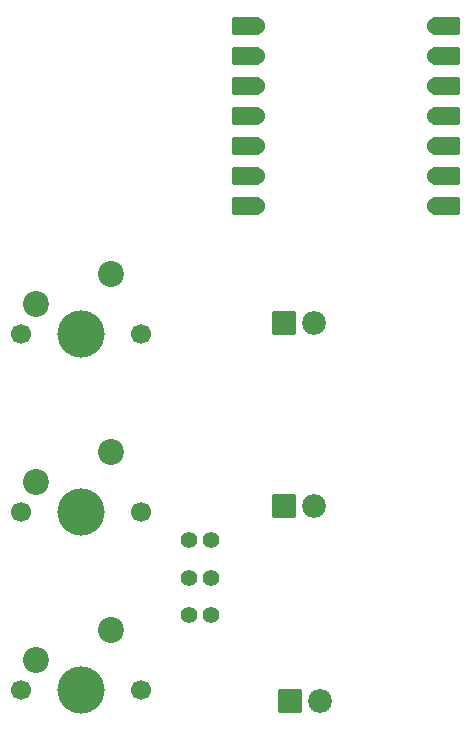
<source format=gbr>
%TF.GenerationSoftware,KiCad,Pcbnew,9.0.2*%
%TF.CreationDate,2025-07-06T13:36:05-04:00*%
%TF.ProjectId,Fidget!!!,46696467-6574-4212-9121-2e6b69636164,rev?*%
%TF.SameCoordinates,Original*%
%TF.FileFunction,Soldermask,Top*%
%TF.FilePolarity,Negative*%
%FSLAX46Y46*%
G04 Gerber Fmt 4.6, Leading zero omitted, Abs format (unit mm)*
G04 Created by KiCad (PCBNEW 9.0.2) date 2025-07-06 13:36:05*
%MOMM*%
%LPD*%
G01*
G04 APERTURE LIST*
G04 Aperture macros list*
%AMRoundRect*
0 Rectangle with rounded corners*
0 $1 Rounding radius*
0 $2 $3 $4 $5 $6 $7 $8 $9 X,Y pos of 4 corners*
0 Add a 4 corners polygon primitive as box body*
4,1,4,$2,$3,$4,$5,$6,$7,$8,$9,$2,$3,0*
0 Add four circle primitives for the rounded corners*
1,1,$1+$1,$2,$3*
1,1,$1+$1,$4,$5*
1,1,$1+$1,$6,$7*
1,1,$1+$1,$8,$9*
0 Add four rect primitives between the rounded corners*
20,1,$1+$1,$2,$3,$4,$5,0*
20,1,$1+$1,$4,$5,$6,$7,0*
20,1,$1+$1,$6,$7,$8,$9,0*
20,1,$1+$1,$8,$9,$2,$3,0*%
G04 Aperture macros list end*
%ADD10RoundRect,0.152400X1.063600X0.609600X-1.063600X0.609600X-1.063600X-0.609600X1.063600X-0.609600X0*%
%ADD11C,1.524000*%
%ADD12RoundRect,0.152400X-1.063600X-0.609600X1.063600X-0.609600X1.063600X0.609600X-1.063600X0.609600X0*%
%ADD13C,1.700000*%
%ADD14C,4.000000*%
%ADD15C,2.200000*%
%ADD16C,1.400000*%
%ADD17RoundRect,0.102000X-0.907500X-0.907500X0.907500X-0.907500X0.907500X0.907500X-0.907500X0.907500X0*%
%ADD18C,2.019000*%
G04 APERTURE END LIST*
D10*
%TO.C,U1*%
X69545000Y-20880000D03*
D11*
X70380000Y-20880000D03*
D10*
X69545000Y-23420000D03*
D11*
X70380000Y-23420000D03*
D10*
X69545000Y-25960000D03*
D11*
X70380000Y-25960000D03*
D10*
X69545000Y-28500000D03*
D11*
X70380000Y-28500000D03*
D10*
X69545000Y-31040000D03*
D11*
X70380000Y-31040000D03*
D10*
X69545000Y-33580000D03*
D11*
X70380000Y-33580000D03*
D10*
X69545000Y-36120000D03*
D11*
X70380000Y-36120000D03*
X85620000Y-36120000D03*
D12*
X86455000Y-36120000D03*
D11*
X85620000Y-33580000D03*
D12*
X86455000Y-33580000D03*
D11*
X85620000Y-31040000D03*
D12*
X86455000Y-31040000D03*
D11*
X85620000Y-28500000D03*
D12*
X86455000Y-28500000D03*
D11*
X85620000Y-25960000D03*
D12*
X86455000Y-25960000D03*
D11*
X85620000Y-23420000D03*
D12*
X86455000Y-23420000D03*
D11*
X85620000Y-20880000D03*
D12*
X86455000Y-20880000D03*
%TD*%
D13*
%TO.C,SW3*%
X50500000Y-77090000D03*
D14*
X55580000Y-77090000D03*
D13*
X60660000Y-77090000D03*
D15*
X58120000Y-72010000D03*
X51770000Y-74550000D03*
%TD*%
D13*
%TO.C,SW2*%
X50500000Y-62000000D03*
D14*
X55580000Y-62000000D03*
D13*
X60660000Y-62000000D03*
D15*
X58120000Y-56920000D03*
X51770000Y-59460000D03*
%TD*%
D13*
%TO.C,SW1*%
X50500000Y-46910000D03*
D14*
X55580000Y-46910000D03*
D13*
X60660000Y-46910000D03*
D15*
X58120000Y-41830000D03*
X51770000Y-44370000D03*
%TD*%
D16*
%TO.C,R3*%
X64700000Y-70730000D03*
X66600000Y-70730000D03*
%TD*%
%TO.C,R2*%
X64700000Y-67580000D03*
X66600000Y-67580000D03*
%TD*%
%TO.C,R1*%
X64700000Y-64430000D03*
X66600000Y-64430000D03*
%TD*%
D17*
%TO.C,D3*%
X73230000Y-78000000D03*
D18*
X75770000Y-78000000D03*
%TD*%
D17*
%TO.C,D2*%
X72730000Y-61500000D03*
D18*
X75270000Y-61500000D03*
%TD*%
D17*
%TO.C,D1*%
X72730000Y-46000000D03*
D18*
X75270000Y-46000000D03*
%TD*%
M02*

</source>
